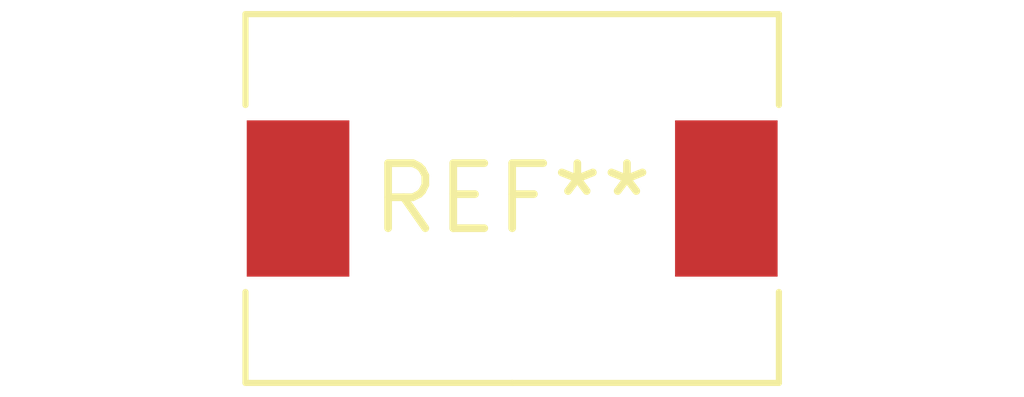
<source format=kicad_pcb>
(kicad_pcb (version 20240108) (generator pcbnew)
  (layers (0 "F.Cu" signal) (31 "B.Cu" signal) (34 "B.Paste" user) (35 "F.Paste" user) (36 "B.SilkS" user "B.Silkscreen") (37 "F.SilkS" user "F.Silkscreen") (38 "B.Mask" user) (39 "F.Mask" user) (44 "Edge.Cuts" user))
  (net 0 "")
  (footprint "L_Wuerth_HCM-1050" (layer "F.Cu") (at 0 0)
    (property "Reference" "REF**")
    (property "Value" "L_Wuerth_HCM-1050")
    (fp_line (start -5.2 -3.6) (end 0 -3.6) (layer "F.SilkS") (stroke (width 0.12)))
    (fp_line (start -5.2 -1.825) (end -5.2 -3.6) (layer "F.SilkS") (stroke (width 0.12)))
    (fp_line (start -5.2 1.825) (end -5.2 3.6) (layer "F.SilkS") (stroke (width 0.12)))
    (fp_line (start -5.2 3.6) (end 0 3.6) (layer "F.SilkS") (stroke (width 0.12)))
    (fp_line (start 5.2 -3.6) (end 0 -3.6) (layer "F.SilkS") (stroke (width 0.12)))
    (fp_line (start 5.2 -1.825) (end 5.2 -3.6) (layer "F.SilkS") (stroke (width 0.12)))
    (fp_line (start 5.2 1.825) (end 5.2 3.6) (layer "F.SilkS") (stroke (width 0.12)))
    (fp_line (start 5.2 3.6) (end 0 3.6) (layer "F.SilkS") (stroke (width 0.12)))
    (pad "1" smd rect (at -4.175 0) (size 2 3.05) (layers "F.Cu" "F.Paste" "F.Mask"))
    (pad "2" smd rect (at 4.175 0) (size 2 3.05) (layers "F.Cu" "F.Paste" "F.Mask"))
  )
)
</source>
